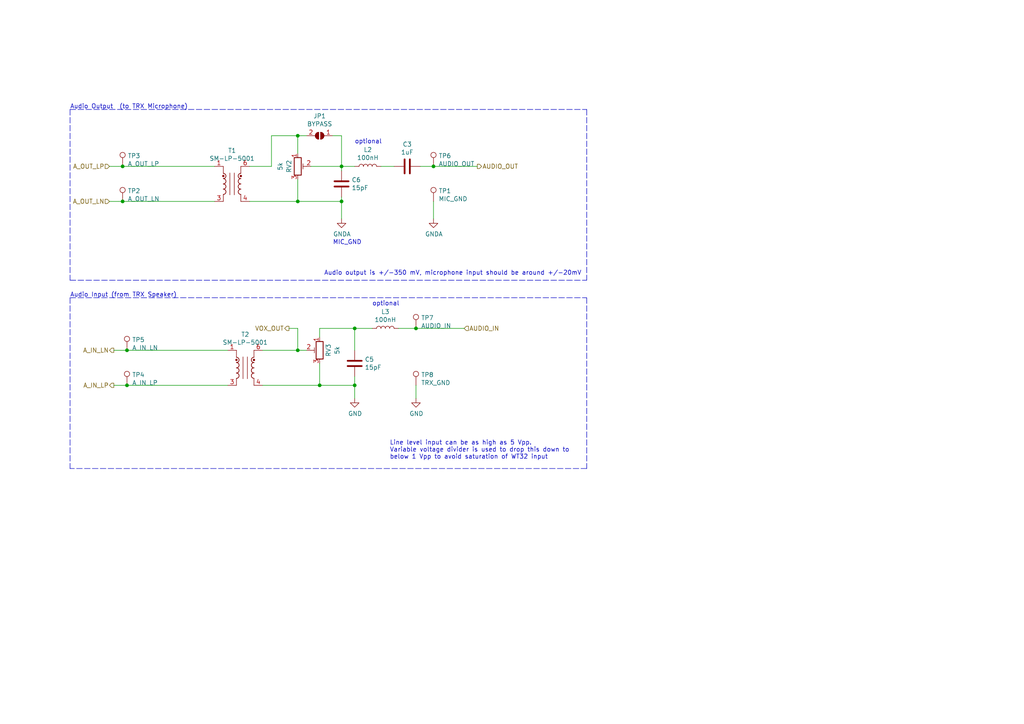
<source format=kicad_sch>
(kicad_sch (version 20211123) (generator eeschema)
  (paper "A4")
  (title_block (title "BT-TRX Development Board ") (date "2023-03-28") (rev "v6.0") (company "bt-trx.com") (comment 1 "Licensed under CERN OHL v1.2 - https://ohwr.org/licenses/cern-ohl/v1.2") (comment 2 "Andreas Müller - DC1MIL") (comment 3 "Christian Obersteiner - DL1COM") (comment 4 "Author:"))
  (lib_symbols
    (symbol "Connector:TestPoint" (pin_numbers hide) (pin_names (offset 0.762) hide)
      (property "Reference" "TP" (at 0 6.858 0))
      (property "Value" "TestPoint" (at 0 5.08 0))
      (symbol "TestPoint_0_1"
        (circle (center 0 3.302) (radius 0.762))
      )
      (symbol "TestPoint_1_1"
        (pin passive line (at 0 0 90) (length 2.54) (name "1") (number "1"))
      )
    )
    (symbol "Device:C" (pin_numbers hide) (pin_names (offset 0.254))
      (property "Reference" "C" (at 0.635 2.54 0))
      (property "Value" "C" (at 0.635 -2.54 0))
      (symbol "C_0_1"
        (polyline (pts (xy -2.032 -0.762) (xy 2.032 -0.762)) (stroke (width 0.508)))
        (polyline (pts (xy -2.032 0.762) (xy 2.032 0.762)) (stroke (width 0.508)))
      )
      (symbol "C_1_1"
        (pin passive line (at 0 3.81 270) (length 2.794) (name "~") (number "1"))
        (pin passive line (at 0 -3.81 90) (length 2.794) (name "~") (number "2"))
      )
    )
    (symbol "Device:L" (pin_numbers hide) (pin_names (offset 1.016) hide)
      (property "Reference" "L" (at -1.27 0 90))
      (property "Value" "L" (at 1.905 0 90))
      (symbol "L_0_1"
        (arc (start 0 -2.54) (mid 0.635 -1.905) (end 0 -1.27))
        (arc (start 0 -1.27) (mid 0.635 -0.635) (end 0 0))
        (arc (start 0 0) (mid 0.635 0.635) (end 0 1.27))
        (arc (start 0 1.27) (mid 0.635 1.905) (end 0 2.54))
      )
      (symbol "L_1_1"
        (pin passive line (at 0 3.81 270) (length 1.27) (name "1") (number "1"))
        (pin passive line (at 0 -3.81 90) (length 1.27) (name "2") (number "2"))
      )
    )
    (symbol "Jumper:SolderJumper_2_Open" (pin_names (offset 0) hide)
      (property "Reference" "JP" (at 0 2.032 0))
      (property "Value" "SolderJumper_2_Open" (at 0 -2.54 0))
      (symbol "SolderJumper_2_Open_0_1"
        (arc (start -0.254 1.016) (mid -1.27 0) (end -0.254 -1.016))
        (arc (start -0.254 1.016) (mid -1.27 0) (end -0.254 -1.016) (fill (type outline)))
        (polyline (pts (xy -0.254 1.016) (xy -0.254 -1.016)))
        (polyline (pts (xy 0.254 1.016) (xy 0.254 -1.016)))
        (arc (start 0.254 -1.016) (mid 1.27 0) (end 0.254 1.016))
        (arc (start 0.254 -1.016) (mid 1.27 0) (end 0.254 1.016) (fill (type outline)))
      )
      (symbol "SolderJumper_2_Open_1_1"
        (pin passive line (at -3.81 0 0) (length 2.54) (name "A") (number "1"))
        (pin passive line (at 3.81 0 180) (length 2.54) (name "B") (number "2"))
      )
    )
    (symbol "Transformer:PA1323NL" (pin_names hide)
      (property "Reference" "T" (at 0 6.35 0))
      (property "Value" "PA1323NL" (at 0 -6.35 0))
      (symbol "PA1323NL_0_1"
        (arc (start -2.54 -3.048) (mid -1.778 -2.286) (end -2.54 -1.524) (stroke (width 0.2032)))
        (arc (start -2.54 -1.524) (mid -1.778 -0.762) (end -2.54 0) (stroke (width 0.2032)))
        (arc (start -2.54 0) (mid -1.778 0.762) (end -2.54 1.524) (stroke (width 0.2032)))
        (circle (center -2.54 2.286) (radius 0.254) (fill (type outline)))
        (polyline (pts (xy -2.54 -3.048) (xy -2.54 -5.08)))
        (polyline (pts (xy -2.54 5.08) (xy -2.54 3.048)))
        (polyline (pts (xy -0.635 3.175) (xy -0.635 -3.175)))
        (polyline (pts (xy 0.635 3.175) (xy 0.635 -3.175)))
        (polyline (pts (xy 2.54 -3.048) (xy 2.54 -5.08)))
        (polyline (pts (xy 2.54 5.08) (xy 2.54 3.048)))
        (arc (start 2.54 -1.524) (mid 1.778 -2.286) (end 2.54 -3.048) (stroke (width 0.2032)))
        (arc (start 2.54 0) (mid 1.778 -0.762) (end 2.54 -1.524) (stroke (width 0.2032)))
        (arc (start 2.54 1.524) (mid 1.778 0.762) (end 2.54 0) (stroke (width 0.2032)))
        (circle (center 2.54 2.286) (radius 0.254) (fill (type outline)))
        (arc (start 2.54 3.048) (mid 1.778 2.286) (end 2.54 1.524) (stroke (width 0.2032)))
      )
      (symbol "PA1323NL_1_1"
        (arc (start -2.54 1.524) (mid -1.778 2.286) (end -2.54 3.048) (stroke (width 0.2032)))
        (pin passive line (at -5.08 5.08 0) (length 2.54) (name "~") (number "1"))
        (pin passive line (at -5.08 -5.08 0) (length 2.54) (name "~") (number "3"))
        (pin passive line (at 5.08 -5.08 180) (length 2.54) (name "~") (number "4"))
        (pin passive line (at 5.08 5.08 180) (length 2.54) (name "~") (number "6"))
      )
    )
    (symbol "bt-trx-dev-board-rescue:R_POT_TRIM-Device" (pin_names (offset 1.016) hide)
      (property "Reference" "RV" (at -4.445 0 90))
      (property "Value" "R_POT_TRIM-Device" (at -2.54 0 90))
      (symbol "R_POT_TRIM-Device_0_1"
        (polyline (pts (xy 1.524 0.762) (xy 1.524 -0.762)))
        (polyline (pts (xy 2.54 0) (xy 1.524 0)))
        (rectangle (start 1.016 2.54) (end -1.016 -2.54) (stroke (width 0.254)))
      )
      (symbol "R_POT_TRIM-Device_1_1"
        (pin passive line (at 0 3.81 270) (length 1.27) (name "1") (number "1"))
        (pin passive line (at 3.81 0 180) (length 1.27) (name "2") (number "2"))
        (pin passive line (at 0 -3.81 90) (length 1.27) (name "3") (number "3"))
      )
    )
    (symbol "power:GND" (power) (pin_names (offset 0))
      (property "Value" "GND" (at 0 -3.81 0))
      (symbol "GND_0_1"
        (polyline (pts (xy 0 0) (xy 0 -1.27) (xy 1.27 -1.27) (xy 0 -2.54) (xy -1.27 -1.27) (xy 0 -1.27)))
      )
      (symbol "GND_1_1"
        (pin power_in line (at 0 0 270) (length 0) hide (name "GND") (number "1"))
      )
    )
    (symbol "power:GNDA" (power) (pin_names (offset 0))
      (property "Value" "GNDA" (at 0 -3.81 0))
      (symbol "GNDA_0_1"
        (polyline (pts (xy 0 0) (xy 0 -1.27) (xy 1.27 -1.27) (xy 0 -2.54) (xy -1.27 -1.27) (xy 0 -1.27)))
      )
      (symbol "GNDA_1_1"
        (pin power_in line (at 0 0 270) (length 0) hide (name "GNDA") (number "1"))
      )
    )
  )
  (junction (at 36.83 111.76))
  (junction (at 86.36 101.6))
  (junction (at 120.65 95.25))
  (junction (at 125.73 48.26))
  (junction (at 35.56 58.42))
  (junction (at 86.36 58.42))
  (junction (at 102.87 111.76))
  (junction (at 92.71 111.76))
  (junction (at 99.06 58.42))
  (junction (at 86.36 39.37))
  (junction (at 99.06 48.26))
  (junction (at 102.87 95.25))
  (junction (at 35.56 48.26))
  (junction (at 36.83 101.6))
  (wire (pts (xy 86.36 58.42) (xy 99.06 58.42)))
  (wire (pts (xy 138.43 48.26) (xy 125.73 48.26)))
  (wire (pts (xy 102.87 115.57) (xy 102.87 111.76)))
  (polyline (pts (xy 20.32 31.75) (xy 20.32 81.28)))
  (wire (pts (xy 86.36 52.07) (xy 86.36 58.42)))
  (polyline (pts (xy 20.32 81.28) (xy 170.18 81.28)))
  (wire (pts (xy 83.82 95.25) (xy 86.36 95.25)))
  (wire (pts (xy 31.75 58.42) (xy 35.56 58.42)))
  (wire (pts (xy 102.87 109.22) (xy 102.87 111.76)))
  (wire (pts (xy 33.02 111.76) (xy 36.83 111.76)))
  (polyline (pts (xy 170.18 31.75) (xy 170.18 81.28)))
  (wire (pts (xy 76.2 101.6) (xy 86.36 101.6)))
  (wire (pts (xy 92.71 105.41) (xy 92.71 111.76)))
  (wire (pts (xy 31.75 48.26) (xy 35.56 48.26)))
  (wire (pts (xy 120.65 115.57) (xy 120.65 111.76)))
  (wire (pts (xy 72.39 48.26) (xy 78.74 48.26)))
  (polyline (pts (xy 20.32 31.75) (xy 170.18 31.75)))
  (wire (pts (xy 78.74 39.37) (xy 86.36 39.37)))
  (wire (pts (xy 102.87 95.25) (xy 102.87 101.6)))
  (wire (pts (xy 86.36 39.37) (xy 86.36 44.45)))
  (wire (pts (xy 125.73 58.42) (xy 125.73 63.5)))
  (wire (pts (xy 36.83 101.6) (xy 66.04 101.6)))
  (wire (pts (xy 120.65 95.25) (xy 134.62 95.25)))
  (wire (pts (xy 36.83 111.76) (xy 66.04 111.76)))
  (wire (pts (xy 76.2 111.76) (xy 92.71 111.76)))
  (wire (pts (xy 86.36 39.37) (xy 88.9 39.37)))
  (wire (pts (xy 99.06 58.42) (xy 99.06 63.5)))
  (wire (pts (xy 96.52 39.37) (xy 99.06 39.37)))
  (wire (pts (xy 92.71 95.25) (xy 102.87 95.25)))
  (wire (pts (xy 99.06 58.42) (xy 99.06 57.15)))
  (wire (pts (xy 99.06 48.26) (xy 102.87 48.26)))
  (wire (pts (xy 78.74 39.37) (xy 78.74 48.26)))
  (wire (pts (xy 90.17 48.26) (xy 99.06 48.26)))
  (wire (pts (xy 102.87 95.25) (xy 107.95 95.25)))
  (polyline (pts (xy 170.18 86.36) (xy 170.18 135.89)))
  (polyline (pts (xy 20.32 86.36) (xy 170.18 86.36)))
  (wire (pts (xy 99.06 39.37) (xy 99.06 48.26)))
  (wire (pts (xy 33.02 101.6) (xy 36.83 101.6)))
  (wire (pts (xy 35.56 58.42) (xy 62.23 58.42)))
  (wire (pts (xy 110.49 48.26) (xy 114.3 48.26)))
  (wire (pts (xy 92.71 111.76) (xy 102.87 111.76)))
  (wire (pts (xy 72.39 58.42) (xy 86.36 58.42)))
  (wire (pts (xy 121.92 48.26) (xy 125.73 48.26)))
  (wire (pts (xy 115.57 95.25) (xy 120.65 95.25)))
  (wire (pts (xy 86.36 95.25) (xy 86.36 101.6)))
  (polyline (pts (xy 20.32 86.36) (xy 20.32 135.89)))
  (wire (pts (xy 35.56 48.26) (xy 62.23 48.26)))
  (wire (pts (xy 86.36 101.6) (xy 88.9 101.6)))
  (wire (pts (xy 99.06 49.53) (xy 99.06 48.26)))
  (wire (pts (xy 92.71 97.79) (xy 92.71 95.25)))
  (polyline (pts (xy 170.18 135.89) (xy 20.32 135.89)))
  (text "Audio Output  (to TRX Microphone)" (at 20.32 31.75 0) (effects (font (size 1.27 1.27)) (justify left bottom)))
  (text "Audio Input (from TRX Speaker)" (at 20.32 86.36 0) (effects (font (size 1.27 1.27)) (justify left bottom)))
  (text "Line level input can be as high as 5 Vpp.\nVariable voltage divider is used to drop this down to\nbelow 1 Vpp to avoid saturation of WT32 input" (at 113.03 133.35 0) (effects (font (size 1.27 1.27)) (justify left bottom)))
  (text "Audio output is +/-350 mV, microphone input should be around +/-20mV" (at 93.98 80.01 0) (effects (font (size 1.27 1.27)) (justify left bottom)))
  (text "optional" (at 102.87 41.91 0) (effects (font (size 1.27 1.27)) (justify left bottom)))
  (text "MIC_GND" (at 96.52 71.12 0) (effects (font (size 1.27 1.27)) (justify left bottom)))
  (text "optional" (at 107.95 88.9 0) (effects (font (size 1.27 1.27)) (justify left bottom)))
  (hierarchical_label "AUDIO_IN" (shape input) (at 134.62 95.25 0))
  (hierarchical_label "A_OUT_LP" (shape input) (at 31.75 48.26 180))
  (hierarchical_label "A_IN_LN" (shape output) (at 33.02 101.6 180))
  (hierarchical_label "AUDIO_OUT" (shape output) (at 138.43 48.26 0))
  (hierarchical_label "VOX_OUT" (shape output) (at 83.82 95.25 180))
  (hierarchical_label "A_OUT_LN" (shape input) (at 31.75 58.42 180))
  (hierarchical_label "A_IN_LP" (shape output) (at 33.02 111.76 180))
  (symbol (lib_id "Device:C") (at 102.87 105.41 0) (unit 1)
    (property "Reference" "C5" (at 105.791 104.2416 0) (effects (justify left)))
    (property "Value" "15pF" (at 105.791 106.553 0) (effects (justify left)))
    (property "Footprint" "Capacitor_SMD:C_0805_2012Metric_Pad1.15x1.40mm_HandSolder" (effects hide))
    (property "Mouser Best.Nr." "710-885012007011" (effects hide))
    (property "PartNrDigikey" "732-7815-1-ND" (effects hide))
  )
  (symbol (lib_id "Device:L") (at 111.76 95.25 90) (unit 1)
    (property "Reference" "L3" (at 111.76 90.424 90))
    (property "Value" "100nH" (at 111.76 92.7354 90))
    (property "Footprint" "Inductor_SMD:L_0805_2012Metric_Pad1.15x1.40mm_HandSolder" (effects hide))
    (property "Mouser Best.Nr." "810-MLF2012DR10MT000" (effects hide))
    (property "PartNrDigikey" "445-8983-1-ND" (effects hide))
  )
  (symbol (lib_id "bt-trx-dev-board-rescue:R_POT_TRIM-Device") (at 92.71 101.6 0) (mirror y) (unit 1)
    (property "Reference" "RV3" (at 95.25 101.6 90))
    (property "Value" "5k" (at 97.79 101.6 90))
    (property "Footprint" "Potentiometer_SMD:Potentiometer_Vishay_TS53YL_Vertical" (effects hide))
    (property "Mouser Best.Nr." "72-TS53YL-5K" (effects hide))
    (property "PartNrDigikey" "TS53YL-5.0KCT-ND" (effects hide))
  )
  (symbol (lib_id "Connector:TestPoint") (at 120.65 111.76 0) (unit 1)
    (property "Reference" "TP8" (at 122.1232 108.712 0) (effects (justify left)))
    (property "Value" "TRX_GND" (at 122.1232 111.0234 0) (effects (justify left)))
    (property "Footprint" "TestPoint:TestPoint_Pad_4.0x4.0mm" (effects hide))
    (property "Mouser Best.Nr." "-" (effects hide))
  )
  (symbol (lib_id "power:GNDA") (at 99.06 63.5 0) (unit 1)
    (property "Reference" "#PWR020" (effects hide))
    (property "Value" "GNDA" (at 99.187 67.8942 0))
  )
  (symbol (lib_id "bt-trx-dev-board-rescue:R_POT_TRIM-Device") (at 86.36 48.26 0) (unit 1)
    (property "Reference" "RV2" (at 83.82 48.26 90))
    (property "Value" "5k" (at 81.28 48.26 90))
    (property "Footprint" "Potentiometer_SMD:Potentiometer_Vishay_TS53YL_Vertical" (effects hide))
    (property "Mouser Best.Nr." "72-TS53YL-5K" (effects hide))
    (property "DNA" "DNA" (effects hide))
    (property "PartNrDigikey" "TS53YL-5.0KCT-ND" (effects hide))
  )
  (symbol (lib_id "Connector:TestPoint") (at 120.65 95.25 0) (unit 1)
    (property "Reference" "TP7" (at 122.1232 92.202 0) (effects (justify left)))
    (property "Value" "AUDIO_IN" (at 122.1232 94.5134 0) (effects (justify left)))
    (property "Footprint" "TestPoint:TestPoint_Pad_D1.5mm" (effects hide))
    (property "Mouser Best.Nr." "-" (effects hide))
  )
  (symbol (lib_id "Connector:TestPoint") (at 36.83 111.76 0) (unit 1)
    (property "Reference" "TP4" (at 38.3032 108.712 0) (effects (justify left)))
    (property "Value" "A_IN_LP" (at 38.3032 111.0234 0) (effects (justify left)))
    (property "Footprint" "TestPoint:TestPoint_Pad_D1.5mm" (effects hide))
    (property "Mouser Best.Nr." "-" (effects hide))
  )
  (symbol (lib_id "Connector:TestPoint") (at 36.83 101.6 0) (unit 1)
    (property "Reference" "TP5" (at 38.3032 98.552 0) (effects (justify left)))
    (property "Value" "A_IN_LN" (at 38.3032 100.8634 0) (effects (justify left)))
    (property "Footprint" "TestPoint:TestPoint_Pad_D1.5mm" (effects hide))
    (property "Mouser Best.Nr." "-" (effects hide))
  )
  (symbol (lib_id "Connector:TestPoint") (at 35.56 58.42 0) (unit 1)
    (property "Reference" "TP2" (at 37.0332 55.372 0) (effects (justify left)))
    (property "Value" "A_OUT_LN" (at 37.0332 57.6834 0) (effects (justify left)))
    (property "Footprint" "TestPoint:TestPoint_Pad_D1.5mm" (effects hide))
    (property "Mouser Best.Nr." "-" (effects hide))
  )
  (symbol (lib_id "Connector:TestPoint") (at 125.73 48.26 0) (unit 1)
    (property "Reference" "TP6" (at 127.2032 45.212 0) (effects (justify left)))
    (property "Value" "AUDIO_OUT" (at 127.2032 47.5234 0) (effects (justify left)))
    (property "Footprint" "TestPoint:TestPoint_Pad_D1.5mm" (effects hide))
    (property "Mouser Best.Nr." "-" (effects hide))
  )
  (symbol (lib_id "Connector:TestPoint") (at 35.56 48.26 0) (unit 1)
    (property "Reference" "TP3" (at 37.0332 45.212 0) (effects (justify left)))
    (property "Value" "A_OUT_LP" (at 37.0332 47.5234 0) (effects (justify left)))
    (property "Footprint" "TestPoint:TestPoint_Pad_D1.5mm" (effects hide))
    (property "Mouser Best.Nr." "-" (effects hide))
  )
  (symbol (lib_id "Device:L") (at 106.68 48.26 90) (unit 1)
    (property "Reference" "L2" (at 106.68 43.434 90))
    (property "Value" "100nH" (at 106.68 45.7454 90))
    (property "Footprint" "Inductor_SMD:L_0805_2012Metric_Pad1.15x1.40mm_HandSolder" (effects hide))
    (property "Mouser Best.Nr." "810-MLF2012DR10MT000" (effects hide))
    (property "PartNrDigikey" "445-8983-1-ND" (effects hide))
  )
  (symbol (lib_id "Device:C") (at 99.06 53.34 0) (unit 1)
    (property "Reference" "C6" (at 101.981 52.1716 0) (effects (justify left)))
    (property "Value" "15pF" (at 101.981 54.483 0) (effects (justify left)))
    (property "Footprint" "Capacitor_SMD:C_0805_2012Metric_Pad1.15x1.40mm_HandSolder" (effects hide))
    (property "Mouser Best.Nr." "710-885012007011" (effects hide))
    (property "PartNrDigikey" "732-7815-1-ND" (effects hide))
  )
  (symbol (lib_id "Jumper:SolderJumper_2_Open") (at 92.71 39.37 180) (unit 1)
    (property "Reference" "JP1" (at 92.71 33.655 0))
    (property "Value" "BYPASS" (at 92.71 35.9664 0))
    (property "Footprint" "Jumper:SolderJumper-2_P1.3mm_Open_TrianglePad1.0x1.5mm" (effects hide))
    (property "Mouser Best.Nr." "-" (effects hide))
  )
  (symbol (lib_id "Transformer:PA1323NL") (at 67.31 53.34 0) (unit 1)
    (property "Reference" "T1" (at 67.31 43.6626 0))
    (property "Value" "SM-LP-5001" (at 67.31 45.974 0))
    (property "Footprint" "bourns:SM-LP-5001" (effects hide))
    (property "Mouser Best.Nr." "652-SM-LP-5001" (effects hide))
    (property "PartNrDigikey" "SM-LP-5001-ND" (effects hide))
  )
  (symbol (lib_id "Transformer:PA1323NL") (at 71.12 106.68 0) (unit 1)
    (property "Reference" "T2" (at 71.12 97.0026 0))
    (property "Value" "SM-LP-5001" (at 71.12 99.314 0))
    (property "Footprint" "bourns:SM-LP-5001" (effects hide))
    (property "Mouser Best.Nr." "652-SM-LP-5001" (effects hide))
    (property "PartNrDigikey" "SM-LP-5001-ND" (effects hide))
  )
  (symbol (lib_id "power:GNDA") (at 125.73 63.5 0) (unit 1)
    (property "Reference" "#PWR021" (effects hide))
    (property "Value" "GNDA" (at 125.857 67.8942 0))
  )
  (symbol (lib_id "Device:C") (at 118.11 48.26 270) (unit 1)
    (property "Reference" "C3" (at 118.11 41.8592 90))
    (property "Value" "1uF" (at 118.11 44.1706 90))
    (property "Footprint" "Capacitor_SMD:C_0805_2012Metric_Pad1.15x1.40mm_HandSolder" (effects hide))
    (property "Mouser Best.Nr." "80-C0805C105K3RAUTO" (effects hide))
    (property "PartNrDigikey" "399-6929-1-ND" (effects hide))
  )
  (symbol (lib_id "power:GND") (at 102.87 115.57 0) (unit 1)
    (property "Reference" "#PWR018" (effects hide))
    (property "Value" "GND" (at 102.997 119.9642 0))
  )
  (symbol (lib_id "power:GND") (at 120.65 115.57 0) (unit 1)
    (property "Reference" "#PWR019" (effects hide))
    (property "Value" "GND" (at 120.777 119.9642 0))
  )
  (symbol (lib_id "Connector:TestPoint") (at 125.73 58.42 0) (unit 1)
    (property "Reference" "TP1" (at 127.2032 55.372 0) (effects (justify left)))
    (property "Value" "MIC_GND" (at 127.2032 57.6834 0) (effects (justify left)))
    (property "Footprint" "TestPoint:TestPoint_Pad_D1.5mm" (effects hide))
    (property "Mouser Best.Nr." "-" (effects hide))
  )
)
</source>
